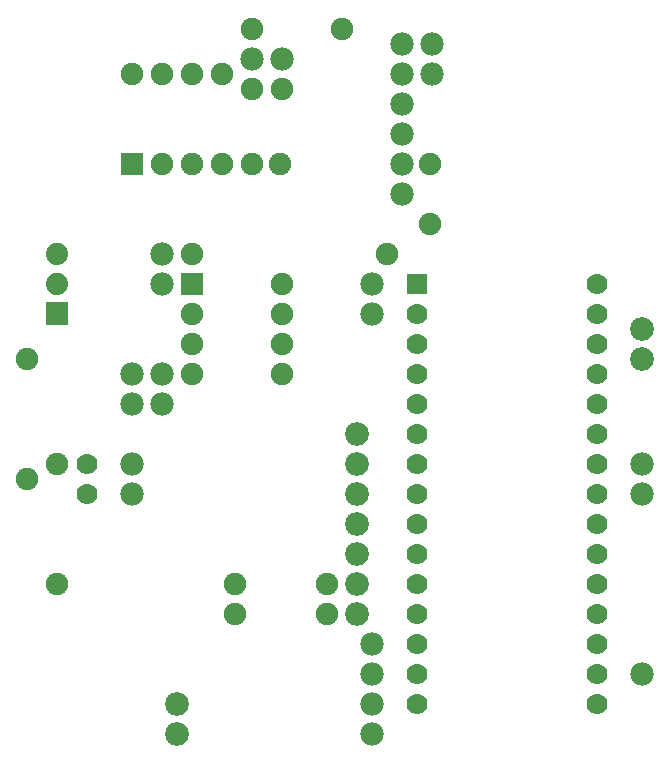
<source format=gtl>
G04 MADE WITH FRITZING*
G04 WWW.FRITZING.ORG*
G04 DOUBLE SIDED*
G04 HOLES PLATED*
G04 CONTOUR ON CENTER OF CONTOUR VECTOR*
%ASAXBY*%
%FSLAX23Y23*%
%MOIN*%
%OFA0B0*%
%SFA1.0B1.0*%
%ADD10C,0.078000*%
%ADD11C,0.075000*%
%ADD12C,0.070000*%
%ADD13C,0.074000*%
%ADD14C,0.079370*%
%ADD15R,0.075000X0.075000*%
%ADD16R,0.069972X0.070000*%
%ADD17R,0.001000X0.001000*%
%LNCOPPER1*%
G90*
G70*
G54D10*
X1501Y2280D03*
X1501Y2380D03*
G54D11*
X901Y2430D03*
X1201Y2430D03*
X701Y1580D03*
X1001Y1580D03*
X701Y1480D03*
X1001Y1480D03*
X701Y1380D03*
X1001Y1380D03*
X701Y1280D03*
X1001Y1280D03*
G54D10*
X501Y980D03*
X501Y880D03*
X601Y1180D03*
X601Y1280D03*
G54D11*
X501Y1980D03*
X501Y2280D03*
X601Y1980D03*
X601Y2280D03*
X701Y1980D03*
X701Y2280D03*
X801Y1980D03*
X801Y2280D03*
G54D10*
X601Y1580D03*
X601Y1680D03*
X501Y1280D03*
X501Y1180D03*
X901Y2330D03*
X1001Y2330D03*
X1301Y1480D03*
X1301Y1580D03*
X2201Y980D03*
X2201Y880D03*
X1301Y80D03*
X1301Y180D03*
X1301Y280D03*
X1301Y380D03*
G54D11*
X845Y579D03*
X1151Y580D03*
X845Y479D03*
X1151Y480D03*
X901Y1980D03*
X901Y2230D03*
X701Y1680D03*
X1351Y1680D03*
X995Y1979D03*
X1001Y2230D03*
X1495Y1779D03*
X1495Y1979D03*
G54D12*
X351Y980D03*
X351Y880D03*
G54D11*
X251Y980D03*
X251Y580D03*
G54D13*
X251Y1480D03*
X251Y1580D03*
X251Y1680D03*
X251Y1480D03*
X251Y1580D03*
X251Y1680D03*
G54D11*
X151Y1330D03*
X151Y930D03*
G54D10*
X2201Y280D03*
X1401Y1880D03*
X1401Y1980D03*
X1401Y2080D03*
X1401Y2180D03*
X1401Y2280D03*
X1401Y2380D03*
G54D12*
X1451Y1580D03*
X1451Y1480D03*
X1451Y1380D03*
X1451Y1280D03*
X1451Y1180D03*
X1451Y1080D03*
X1451Y980D03*
X1451Y880D03*
X1451Y780D03*
X1451Y680D03*
X1451Y580D03*
X1451Y480D03*
X1451Y380D03*
X1451Y280D03*
X1451Y180D03*
X2051Y1580D03*
X2051Y1480D03*
X2051Y1380D03*
X2051Y1280D03*
X2051Y1180D03*
X2051Y1080D03*
X2051Y980D03*
X2051Y880D03*
X2051Y780D03*
X2051Y680D03*
X2051Y580D03*
X2051Y480D03*
X2051Y380D03*
X2051Y280D03*
X2051Y180D03*
G54D14*
X1251Y480D03*
X1251Y580D03*
X1251Y680D03*
X1251Y780D03*
X1251Y880D03*
X1251Y980D03*
X1251Y1080D03*
X651Y180D03*
X651Y80D03*
X2201Y1430D03*
X2201Y1330D03*
G54D15*
X701Y1580D03*
X501Y1980D03*
G54D16*
X1451Y1580D03*
G54D17*
X214Y1518D02*
X286Y1518D01*
X214Y1517D02*
X287Y1517D01*
X214Y1516D02*
X287Y1516D01*
X214Y1515D02*
X287Y1515D01*
X214Y1514D02*
X287Y1514D01*
X214Y1513D02*
X287Y1513D01*
X214Y1512D02*
X287Y1512D01*
X214Y1511D02*
X287Y1511D01*
X214Y1510D02*
X287Y1510D01*
X214Y1509D02*
X287Y1509D01*
X214Y1508D02*
X287Y1508D01*
X214Y1507D02*
X287Y1507D01*
X214Y1506D02*
X287Y1506D01*
X214Y1505D02*
X287Y1505D01*
X214Y1504D02*
X287Y1504D01*
X214Y1503D02*
X287Y1503D01*
X214Y1502D02*
X287Y1502D01*
X214Y1501D02*
X246Y1501D01*
X254Y1501D02*
X287Y1501D01*
X214Y1500D02*
X243Y1500D01*
X258Y1500D02*
X287Y1500D01*
X214Y1499D02*
X240Y1499D01*
X260Y1499D02*
X287Y1499D01*
X214Y1498D02*
X239Y1498D01*
X262Y1498D02*
X287Y1498D01*
X214Y1497D02*
X237Y1497D01*
X263Y1497D02*
X287Y1497D01*
X214Y1496D02*
X236Y1496D01*
X264Y1496D02*
X287Y1496D01*
X214Y1495D02*
X235Y1495D01*
X265Y1495D02*
X287Y1495D01*
X214Y1494D02*
X234Y1494D01*
X266Y1494D02*
X287Y1494D01*
X214Y1493D02*
X233Y1493D01*
X267Y1493D02*
X287Y1493D01*
X214Y1492D02*
X233Y1492D01*
X267Y1492D02*
X287Y1492D01*
X214Y1491D02*
X232Y1491D01*
X268Y1491D02*
X287Y1491D01*
X214Y1490D02*
X232Y1490D01*
X268Y1490D02*
X287Y1490D01*
X214Y1489D02*
X231Y1489D01*
X269Y1489D02*
X287Y1489D01*
X214Y1488D02*
X231Y1488D01*
X269Y1488D02*
X287Y1488D01*
X214Y1487D02*
X230Y1487D01*
X270Y1487D02*
X287Y1487D01*
X214Y1486D02*
X230Y1486D01*
X270Y1486D02*
X287Y1486D01*
X214Y1485D02*
X230Y1485D01*
X270Y1485D02*
X287Y1485D01*
X214Y1484D02*
X230Y1484D01*
X270Y1484D02*
X287Y1484D01*
X214Y1483D02*
X230Y1483D01*
X270Y1483D02*
X287Y1483D01*
X214Y1482D02*
X230Y1482D01*
X270Y1482D02*
X287Y1482D01*
X214Y1481D02*
X230Y1481D01*
X271Y1481D02*
X287Y1481D01*
X214Y1480D02*
X230Y1480D01*
X270Y1480D02*
X287Y1480D01*
X214Y1479D02*
X230Y1479D01*
X270Y1479D02*
X287Y1479D01*
X214Y1478D02*
X230Y1478D01*
X270Y1478D02*
X287Y1478D01*
X214Y1477D02*
X230Y1477D01*
X270Y1477D02*
X287Y1477D01*
X214Y1476D02*
X230Y1476D01*
X270Y1476D02*
X287Y1476D01*
X214Y1475D02*
X231Y1475D01*
X269Y1475D02*
X287Y1475D01*
X214Y1474D02*
X231Y1474D01*
X269Y1474D02*
X287Y1474D01*
X214Y1473D02*
X231Y1473D01*
X269Y1473D02*
X287Y1473D01*
X214Y1472D02*
X232Y1472D01*
X268Y1472D02*
X287Y1472D01*
X214Y1471D02*
X233Y1471D01*
X268Y1471D02*
X287Y1471D01*
X214Y1470D02*
X233Y1470D01*
X267Y1470D02*
X287Y1470D01*
X214Y1469D02*
X234Y1469D01*
X266Y1469D02*
X287Y1469D01*
X214Y1468D02*
X235Y1468D01*
X265Y1468D02*
X287Y1468D01*
X214Y1467D02*
X236Y1467D01*
X264Y1467D02*
X287Y1467D01*
X214Y1466D02*
X237Y1466D01*
X263Y1466D02*
X287Y1466D01*
X214Y1465D02*
X238Y1465D01*
X262Y1465D02*
X287Y1465D01*
X214Y1464D02*
X240Y1464D01*
X260Y1464D02*
X287Y1464D01*
X214Y1463D02*
X242Y1463D01*
X259Y1463D02*
X287Y1463D01*
X214Y1462D02*
X245Y1462D01*
X255Y1462D02*
X287Y1462D01*
X214Y1461D02*
X287Y1461D01*
X214Y1460D02*
X287Y1460D01*
X214Y1459D02*
X287Y1459D01*
X214Y1458D02*
X287Y1458D01*
X214Y1457D02*
X287Y1457D01*
X214Y1456D02*
X287Y1456D01*
X214Y1455D02*
X287Y1455D01*
X214Y1454D02*
X287Y1454D01*
X214Y1453D02*
X287Y1453D01*
X214Y1452D02*
X287Y1452D01*
X214Y1451D02*
X287Y1451D01*
X214Y1450D02*
X287Y1450D01*
X214Y1449D02*
X287Y1449D01*
X214Y1448D02*
X287Y1448D01*
X214Y1447D02*
X287Y1447D01*
X214Y1446D02*
X287Y1446D01*
X214Y1445D02*
X287Y1445D01*
D02*
G04 End of Copper1*
M02*
</source>
